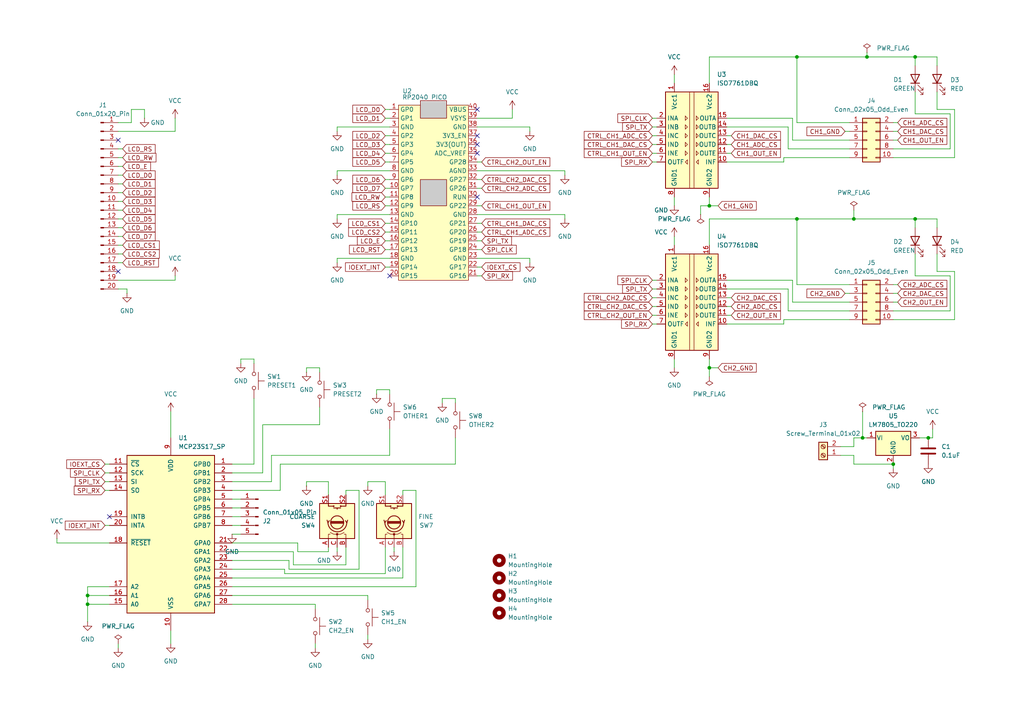
<source format=kicad_sch>
(kicad_sch (version 20231120) (generator "eeschema") (generator_version "8.0")
  (paper "A4")
  (junction (at 205.74 59.69))
  (junction (at 251.46 16.51))
  (junction (at 231.14 16.51))
  (junction (at 25.4 172.72))
  (junction (at 269.24 127))
  (junction (at 265.43 63.5))
  (junction (at 231.14 63.5))
  (junction (at 205.74 106.68))
  (junction (at 259.08 134.62))
  (junction (at 247.65 63.5))
  (junction (at 25.4 175.26))
  (junction (at 250.19 127))
  (junction (at 265.43 16.51))
  (no_connect (at 34.29 78.74))
  (no_connect (at 138.43 41.91))
  (no_connect (at 138.43 39.37))
  (no_connect (at 138.43 57.15))
  (no_connect (at 138.43 44.45))
  (no_connect (at 138.43 31.75))
  (no_connect (at 113.03 80.01))
  (no_connect (at 34.29 40.64))
  (no_connect (at 31.75 149.86))
  (wire (pts (xy 203.2 62.23) (xy 203.2 59.69)))
  (wire (pts (xy 34.29 83.82) (xy 36.83 83.82)))
  (wire (pts (xy 271.78 16.51) (xy 265.43 16.51)))
  (wire (pts (xy 34.29 45.72) (xy 35.56 45.72)))
  (wire (pts (xy 111.76 158.75) (xy 111.76 166.37)))
  (wire (pts (xy 259.08 40.64) (xy 260.35 40.64)))
  (wire (pts (xy 34.29 66.04) (xy 35.56 66.04)))
  (wire (pts (xy 86.36 160.02) (xy 86.36 157.48)))
  (wire (pts (xy 227.33 45.72) (xy 246.38 45.72)))
  (wire (pts (xy 231.14 35.56) (xy 246.38 35.56)))
  (wire (pts (xy 111.76 166.37) (xy 82.55 166.37)))
  (wire (pts (xy 34.29 55.88) (xy 35.56 55.88)))
  (wire (pts (xy 120.65 170.18) (xy 67.31 170.18)))
  (wire (pts (xy 195.58 21.59) (xy 195.58 24.13)))
  (wire (pts (xy 205.74 63.5) (xy 231.14 63.5)))
  (wire (pts (xy 34.29 68.58) (xy 35.56 68.58)))
  (wire (pts (xy 269.24 127) (xy 270.51 127)))
  (wire (pts (xy 189.23 91.44) (xy 190.5 91.44)))
  (wire (pts (xy 138.43 62.23) (xy 163.83 62.23)))
  (wire (pts (xy 138.43 74.93) (xy 153.67 74.93)))
  (wire (pts (xy 88.9 139.7) (xy 95.25 139.7)))
  (wire (pts (xy 189.23 44.45) (xy 190.5 44.45)))
  (wire (pts (xy 36.83 83.82) (xy 36.83 85.09)))
  (wire (pts (xy 132.08 134.62) (xy 132.08 127)))
  (wire (pts (xy 128.27 116.84) (xy 128.27 115.57)))
  (wire (pts (xy 259.08 92.71) (xy 276.86 92.71)))
  (wire (pts (xy 275.59 33.02) (xy 275.59 43.18)))
  (wire (pts (xy 34.29 58.42) (xy 35.56 58.42)))
  (wire (pts (xy 67.31 137.16) (xy 76.2 137.16)))
  (wire (pts (xy 88.9 107.95) (xy 88.9 106.68)))
  (wire (pts (xy 67.31 142.24) (xy 81.28 142.24)))
  (wire (pts (xy 81.28 134.62) (xy 132.08 134.62)))
  (wire (pts (xy 111.76 57.15) (xy 113.03 57.15)))
  (wire (pts (xy 116.84 142.24) (xy 120.65 142.24)))
  (wire (pts (xy 34.29 63.5) (xy 35.56 63.5)))
  (wire (pts (xy 78.74 139.7) (xy 78.74 132.08)))
  (wire (pts (xy 111.76 72.39) (xy 113.03 72.39)))
  (wire (pts (xy 30.48 134.62) (xy 31.75 134.62)))
  (wire (pts (xy 97.79 36.83) (xy 113.03 36.83)))
  (wire (pts (xy 67.31 154.94) (xy 69.85 154.94)))
  (wire (pts (xy 49.53 119.38) (xy 49.53 127)))
  (wire (pts (xy 67.31 167.64) (xy 116.84 167.64)))
  (wire (pts (xy 205.74 63.5) (xy 205.74 71.12)))
  (wire (pts (xy 25.4 175.26) (xy 25.4 180.34)))
  (wire (pts (xy 111.76 34.29) (xy 113.03 34.29)))
  (wire (pts (xy 106.68 184.15) (xy 106.68 185.42)))
  (wire (pts (xy 247.65 127) (xy 250.19 127)))
  (wire (pts (xy 259.08 43.18) (xy 275.59 43.18)))
  (wire (pts (xy 265.43 16.51) (xy 251.46 16.51)))
  (wire (pts (xy 97.79 62.23) (xy 113.03 62.23)))
  (wire (pts (xy 276.86 31.75) (xy 276.86 45.72)))
  (wire (pts (xy 138.43 80.01) (xy 139.7 80.01)))
  (wire (pts (xy 91.44 186.69) (xy 91.44 187.96)))
  (wire (pts (xy 259.08 90.17) (xy 275.59 90.17)))
  (wire (pts (xy 153.67 36.83) (xy 153.67 38.1)))
  (wire (pts (xy 73.66 104.14) (xy 73.66 105.41)))
  (wire (pts (xy 67.31 160.02) (xy 85.09 160.02)))
  (wire (pts (xy 85.09 163.83) (xy 85.09 160.02)))
  (wire (pts (xy 30.48 152.4) (xy 31.75 152.4)))
  (wire (pts (xy 34.29 38.1) (xy 50.8 38.1)))
  (wire (pts (xy 76.2 123.19) (xy 92.71 123.19)))
  (wire (pts (xy 100.33 142.24) (xy 104.14 142.24)))
  (wire (pts (xy 30.48 139.7) (xy 31.75 139.7)))
  (wire (pts (xy 97.79 158.75) (xy 97.79 160.02)))
  (wire (pts (xy 138.43 67.31) (xy 139.7 67.31)))
  (wire (pts (xy 100.33 143.51) (xy 100.33 142.24)))
  (wire (pts (xy 259.08 134.62) (xy 259.08 135.89)))
  (wire (pts (xy 97.79 36.83) (xy 97.79 38.1)))
  (wire (pts (xy 265.43 16.51) (xy 265.43 19.05)))
  (wire (pts (xy 205.74 57.15) (xy 205.74 59.69)))
  (wire (pts (xy 210.82 83.82) (xy 228.6 83.82)))
  (wire (pts (xy 270.51 127) (xy 270.51 124.46)))
  (wire (pts (xy 138.43 54.61) (xy 139.7 54.61)))
  (wire (pts (xy 82.55 166.37) (xy 82.55 165.1)))
  (wire (pts (xy 231.14 63.5) (xy 231.14 82.55)))
  (wire (pts (xy 163.83 62.23) (xy 163.83 63.5)))
  (wire (pts (xy 34.29 76.2) (xy 35.56 76.2)))
  (wire (pts (xy 259.08 38.1) (xy 260.35 38.1)))
  (wire (pts (xy 247.65 134.62) (xy 259.08 134.62)))
  (wire (pts (xy 132.08 115.57) (xy 132.08 116.84)))
  (wire (pts (xy 128.27 115.57) (xy 132.08 115.57)))
  (wire (pts (xy 228.6 36.83) (xy 228.6 43.18)))
  (wire (pts (xy 205.74 106.68) (xy 205.74 109.22)))
  (wire (pts (xy 111.76 41.91) (xy 113.03 41.91)))
  (wire (pts (xy 50.8 38.1) (xy 50.8 34.29)))
  (wire (pts (xy 210.82 34.29) (xy 229.87 34.29)))
  (wire (pts (xy 195.58 68.58) (xy 195.58 71.12)))
  (wire (pts (xy 265.43 26.67) (xy 265.43 33.02)))
  (wire (pts (xy 271.78 19.05) (xy 271.78 16.51)))
  (wire (pts (xy 113.03 113.03) (xy 113.03 114.3)))
  (wire (pts (xy 271.78 66.04) (xy 271.78 63.5)))
  (wire (pts (xy 138.43 69.85) (xy 139.7 69.85)))
  (wire (pts (xy 138.43 52.07) (xy 139.7 52.07)))
  (wire (pts (xy 231.14 82.55) (xy 246.38 82.55)))
  (wire (pts (xy 229.87 87.63) (xy 246.38 87.63)))
  (wire (pts (xy 189.23 93.98) (xy 190.5 93.98)))
  (wire (pts (xy 88.9 106.68) (xy 92.71 106.68)))
  (wire (pts (xy 205.74 16.51) (xy 205.74 24.13)))
  (wire (pts (xy 247.65 129.54) (xy 247.65 127)))
  (wire (pts (xy 203.2 59.69) (xy 205.74 59.69)))
  (wire (pts (xy 228.6 43.18) (xy 246.38 43.18)))
  (wire (pts (xy 210.82 39.37) (xy 212.09 39.37)))
  (wire (pts (xy 67.31 162.56) (xy 83.82 162.56)))
  (wire (pts (xy 34.29 71.12) (xy 35.56 71.12)))
  (wire (pts (xy 111.76 69.85) (xy 113.03 69.85)))
  (wire (pts (xy 210.82 91.44) (xy 212.09 91.44)))
  (wire (pts (xy 111.76 31.75) (xy 113.03 31.75)))
  (wire (pts (xy 189.23 88.9) (xy 190.5 88.9)))
  (wire (pts (xy 111.76 44.45) (xy 113.03 44.45)))
  (wire (pts (xy 138.43 49.53) (xy 163.83 49.53)))
  (wire (pts (xy 247.65 63.5) (xy 231.14 63.5)))
  (wire (pts (xy 69.85 105.41) (xy 69.85 104.14)))
  (wire (pts (xy 16.51 157.48) (xy 31.75 157.48)))
  (wire (pts (xy 265.43 63.5) (xy 247.65 63.5)))
  (wire (pts (xy 34.29 48.26) (xy 35.56 48.26)))
  (wire (pts (xy 16.51 156.21) (xy 16.51 157.48)))
  (wire (pts (xy 67.31 147.32) (xy 69.85 147.32)))
  (wire (pts (xy 38.1 31.75) (xy 41.91 31.75)))
  (wire (pts (xy 67.31 157.48) (xy 86.36 157.48)))
  (wire (pts (xy 49.53 182.88) (xy 49.53 186.69)))
  (wire (pts (xy 120.65 142.24) (xy 120.65 170.18)))
  (wire (pts (xy 228.6 83.82) (xy 228.6 90.17)))
  (wire (pts (xy 91.44 176.53) (xy 91.44 175.26)))
  (wire (pts (xy 271.78 73.66) (xy 271.78 78.74)))
  (wire (pts (xy 138.43 34.29) (xy 148.59 34.29)))
  (wire (pts (xy 266.7 127) (xy 269.24 127)))
  (wire (pts (xy 138.43 64.77) (xy 139.7 64.77)))
  (wire (pts (xy 31.75 175.26) (xy 25.4 175.26)))
  (wire (pts (xy 195.58 57.15) (xy 195.58 59.69)))
  (wire (pts (xy 81.28 142.24) (xy 81.28 134.62)))
  (wire (pts (xy 34.29 43.18) (xy 35.56 43.18)))
  (wire (pts (xy 116.84 143.51) (xy 116.84 142.24)))
  (wire (pts (xy 210.82 36.83) (xy 228.6 36.83)))
  (wire (pts (xy 138.43 72.39) (xy 139.7 72.39)))
  (wire (pts (xy 34.29 186.69) (xy 34.29 187.96)))
  (wire (pts (xy 38.1 35.56) (xy 38.1 31.75)))
  (wire (pts (xy 104.14 165.1) (xy 83.82 165.1)))
  (wire (pts (xy 259.08 45.72) (xy 276.86 45.72)))
  (wire (pts (xy 205.74 104.14) (xy 205.74 106.68)))
  (wire (pts (xy 113.03 124.46) (xy 113.03 132.08)))
  (wire (pts (xy 97.79 74.93) (xy 113.03 74.93)))
  (wire (pts (xy 30.48 142.24) (xy 31.75 142.24)))
  (wire (pts (xy 247.65 132.08) (xy 247.65 134.62)))
  (wire (pts (xy 189.23 81.28) (xy 190.5 81.28)))
  (wire (pts (xy 189.23 34.29) (xy 190.5 34.29)))
  (wire (pts (xy 210.82 88.9) (xy 212.09 88.9)))
  (wire (pts (xy 97.79 74.93) (xy 97.79 76.2)))
  (wire (pts (xy 138.43 77.47) (xy 139.7 77.47)))
  (wire (pts (xy 243.84 129.54) (xy 247.65 129.54)))
  (wire (pts (xy 265.43 33.02) (xy 275.59 33.02)))
  (wire (pts (xy 229.87 81.28) (xy 229.87 87.63)))
  (wire (pts (xy 109.22 113.03) (xy 113.03 113.03)))
  (wire (pts (xy 189.23 41.91) (xy 190.5 41.91)))
  (wire (pts (xy 251.46 16.51) (xy 231.14 16.51)))
  (wire (pts (xy 205.74 59.69) (xy 208.28 59.69)))
  (wire (pts (xy 111.76 67.31) (xy 113.03 67.31)))
  (wire (pts (xy 189.23 83.82) (xy 190.5 83.82)))
  (wire (pts (xy 259.08 87.63) (xy 260.35 87.63)))
  (wire (pts (xy 111.76 39.37) (xy 113.03 39.37)))
  (wire (pts (xy 189.23 39.37) (xy 190.5 39.37)))
  (wire (pts (xy 265.43 73.66) (xy 265.43 80.01)))
  (wire (pts (xy 34.29 81.28) (xy 50.8 81.28)))
  (wire (pts (xy 34.29 50.8) (xy 35.56 50.8)))
  (wire (pts (xy 210.82 41.91) (xy 212.09 41.91)))
  (wire (pts (xy 229.87 40.64) (xy 246.38 40.64)))
  (wire (pts (xy 34.29 53.34) (xy 35.56 53.34)))
  (wire (pts (xy 30.48 137.16) (xy 31.75 137.16)))
  (wire (pts (xy 148.59 34.29) (xy 148.59 31.75)))
  (wire (pts (xy 92.71 123.19) (xy 92.71 118.11)))
  (wire (pts (xy 243.84 132.08) (xy 247.65 132.08)))
  (wire (pts (xy 111.76 139.7) (xy 111.76 143.51)))
  (wire (pts (xy 67.31 139.7) (xy 78.74 139.7)))
  (wire (pts (xy 271.78 63.5) (xy 265.43 63.5)))
  (wire (pts (xy 271.78 26.67) (xy 271.78 31.75)))
  (wire (pts (xy 210.82 44.45) (xy 212.09 44.45)))
  (wire (pts (xy 76.2 137.16) (xy 76.2 123.19)))
  (wire (pts (xy 138.43 59.69) (xy 139.7 59.69)))
  (wire (pts (xy 73.66 115.57) (xy 73.66 134.62)))
  (wire (pts (xy 67.31 165.1) (xy 82.55 165.1)))
  (wire (pts (xy 271.78 78.74) (xy 276.86 78.74)))
  (wire (pts (xy 259.08 82.55) (xy 260.35 82.55)))
  (wire (pts (xy 95.25 158.75) (xy 95.25 160.02)))
  (wire (pts (xy 138.43 46.99) (xy 139.7 46.99)))
  (wire (pts (xy 265.43 63.5) (xy 265.43 66.04)))
  (wire (pts (xy 265.43 80.01) (xy 275.59 80.01)))
  (wire (pts (xy 69.85 104.14) (xy 73.66 104.14)))
  (wire (pts (xy 250.19 127) (xy 251.46 127)))
  (wire (pts (xy 189.23 86.36) (xy 190.5 86.36)))
  (wire (pts (xy 100.33 163.83) (xy 85.09 163.83)))
  (wire (pts (xy 163.83 49.53) (xy 163.83 50.8)))
  (wire (pts (xy 67.31 175.26) (xy 91.44 175.26)))
  (wire (pts (xy 111.76 52.07) (xy 113.03 52.07)))
  (wire (pts (xy 205.74 16.51) (xy 231.14 16.51)))
  (wire (pts (xy 92.71 106.68) (xy 92.71 107.95)))
  (wire (pts (xy 189.23 36.83) (xy 190.5 36.83)))
  (wire (pts (xy 41.91 31.75) (xy 41.91 34.29)))
  (wire (pts (xy 34.29 73.66) (xy 35.56 73.66)))
  (wire (pts (xy 231.14 16.51) (xy 231.14 35.56)))
  (wire (pts (xy 111.76 59.69) (xy 113.03 59.69)))
  (wire (pts (xy 138.43 36.83) (xy 153.67 36.83)))
  (wire (pts (xy 227.33 92.71) (xy 246.38 92.71)))
  (wire (pts (xy 229.87 34.29) (xy 229.87 40.64)))
  (wire (pts (xy 205.74 106.68) (xy 208.28 106.68)))
  (wire (pts (xy 189.23 46.99) (xy 190.5 46.99)))
  (wire (pts (xy 275.59 80.01) (xy 275.59 90.17)))
  (wire (pts (xy 245.11 38.1) (xy 246.38 38.1)))
  (wire (pts (xy 259.08 85.09) (xy 260.35 85.09)))
  (wire (pts (xy 210.82 46.99) (xy 227.33 46.99)))
  (wire (pts (xy 228.6 90.17) (xy 246.38 90.17)))
  (wire (pts (xy 97.79 62.23) (xy 97.79 63.5)))
  (wire (pts (xy 245.11 85.09) (xy 246.38 85.09)))
  (wire (pts (xy 109.22 114.3) (xy 109.22 113.03)))
  (wire (pts (xy 88.9 140.97) (xy 88.9 139.7)))
  (wire (pts (xy 251.46 15.24) (xy 251.46 16.51)))
  (wire (pts (xy 31.75 172.72) (xy 25.4 172.72)))
  (wire (pts (xy 195.58 104.14) (xy 195.58 106.68)))
  (wire (pts (xy 250.19 119.38) (xy 250.19 127)))
  (wire (pts (xy 210.82 86.36) (xy 212.09 86.36)))
  (wire (pts (xy 67.31 172.72) (xy 106.68 172.72)))
  (wire (pts (xy 259.08 35.56) (xy 260.35 35.56)))
  (wire (pts (xy 227.33 45.72) (xy 227.33 46.99)))
  (wire (pts (xy 114.3 158.75) (xy 114.3 160.02)))
  (wire (pts (xy 276.86 78.74) (xy 276.86 92.71)))
  (wire (pts (xy 113.03 49.53) (xy 97.79 49.53)))
  (wire (pts (xy 67.31 134.62) (xy 73.66 134.62)))
  (wire (pts (xy 210.82 81.28) (xy 229.87 81.28)))
  (wire (pts (xy 67.31 152.4) (xy 69.85 152.4)))
  (wire (pts (xy 34.29 60.96) (xy 35.56 60.96)))
  (wire (pts (xy 25.4 172.72) (xy 25.4 175.26)))
  (wire (pts (xy 271.78 31.75) (xy 276.86 31.75)))
  (wire (pts (xy 34.29 35.56) (xy 38.1 35.56)))
  (wire (pts (xy 100.33 158.75) (xy 100.33 163.83)))
  (wire (pts (xy 106.68 139.7) (xy 111.76 139.7)))
  (wire (pts (xy 104.14 142.24) (xy 104.14 165.1)))
  (wire (pts (xy 210.82 93.98) (xy 227.33 93.98)))
  (wire (pts (xy 111.76 77.47) (xy 113.03 77.47)))
  (wire (pts (xy 67.31 144.78) (xy 69.85 144.78)))
  (wire (pts (xy 106.68 173.99) (xy 106.68 172.72)))
  (wire (pts (xy 31.75 170.18) (xy 25.4 170.18)))
  (wire (pts (xy 95.25 139.7) (xy 95.25 143.51)))
  (wire (pts (xy 78.74 132.08) (xy 113.03 132.08)))
  (wire (pts (xy 95.25 160.02) (xy 86.36 160.02)))
  (wire (pts (xy 116.84 158.75) (xy 116.84 167.64)))
  (wire (pts (xy 25.4 170.18) (xy 25.4 172.72)))
  (wire (pts (xy 111.76 64.77) (xy 113.03 64.77)))
  (wire (pts (xy 50.8 80.01) (xy 50.8 81.28)))
  (wire (pts (xy 153.67 74.93) (xy 153.67 76.2)))
  (wire (pts (xy 111.76 46.99) (xy 113.03 46.99)))
  (wire (pts (xy 247.65 60.96) (xy 247.65 63.5)))
  (wire (pts (xy 97.79 49.53) (xy 97.79 50.8)))
  (wire (pts (xy 67.31 149.86) (xy 69.85 149.86)))
  (wire (pts (xy 83.82 165.1) (xy 83.82 162.56)))
  (wire (pts (xy 106.68 140.97) (xy 106.68 139.7)))
  (wire (pts (xy 111.76 54.61) (xy 113.03 54.61)))
  (wire (pts (xy 227.33 92.71) (xy 227.33 93.98)))
  (global_label "CTRL_CH1_ADC_CS" (shape input) (at 139.7 67.31 0) (property "Intersheetrefs" "${INTERSHEET_REFS}" (effects (hide yes))))
  (global_label "CH1_GND" (shape input) (at 208.28 59.69 0) (property "Intersheetrefs" "${INTERSHEET_REFS}" (effects (hide yes))))
  (global_label "LCD_RST" (shape input) (at 35.56 76.2 0) (property "Intersheetrefs" "${INTERSHEET_REFS}" (effects (hide yes))))
  (global_label "CH2_GND" (shape input) (at 245.11 85.09 180) (property "Intersheetrefs" "${INTERSHEET_REFS}" (effects (hide yes))))
  (global_label "SPI_CLK" (shape input) (at 189.23 81.28 180) (property "Intersheetrefs" "${INTERSHEET_REFS}" (effects (hide yes))))
  (global_label "CH2_DAC_CS" (shape input) (at 260.35 85.09 0) (property "Intersheetrefs" "${INTERSHEET_REFS}" (effects (hide yes))))
  (global_label "CH2_OUT_EN" (shape input) (at 212.09 91.44 0) (property "Intersheetrefs" "${INTERSHEET_REFS}" (effects (hide yes))))
  (global_label "SPI_TX" (shape input) (at 189.23 36.83 180) (property "Intersheetrefs" "${INTERSHEET_REFS}" (effects (hide yes))))
  (global_label "LCD_D4" (shape input) (at 111.76 44.45 180) (property "Intersheetrefs" "${INTERSHEET_REFS}" (effects (hide yes))))
  (global_label "LCD_D6" (shape input) (at 111.76 52.07 180) (property "Intersheetrefs" "${INTERSHEET_REFS}" (effects (hide yes))))
  (global_label "LCD_E" (shape input) (at 35.56 48.26 0) (property "Intersheetrefs" "${INTERSHEET_REFS}" (effects (hide yes))))
  (global_label "LCD_D2" (shape input) (at 35.56 55.88 0) (property "Intersheetrefs" "${INTERSHEET_REFS}" (effects (hide yes))))
  (global_label "CH2_ADC_CS" (shape input) (at 212.09 88.9 0) (property "Intersheetrefs" "${INTERSHEET_REFS}" (effects (hide yes))))
  (global_label "LCD_D1" (shape input) (at 111.76 34.29 180) (property "Intersheetrefs" "${INTERSHEET_REFS}" (effects (hide yes))))
  (global_label "SPI_RX" (shape input) (at 189.23 46.99 180) (property "Intersheetrefs" "${INTERSHEET_REFS}" (effects (hide yes))))
  (global_label "LCD_D4" (shape input) (at 35.56 60.96 0) (property "Intersheetrefs" "${INTERSHEET_REFS}" (effects (hide yes))))
  (global_label "LCD_CS1" (shape input) (at 111.76 64.77 180) (property "Intersheetrefs" "${INTERSHEET_REFS}" (effects (hide yes))))
  (global_label "SPI_RX" (shape input) (at 139.7 80.01 0) (property "Intersheetrefs" "${INTERSHEET_REFS}" (effects (hide yes))))
  (global_label "CH2_OUT_EN" (shape input) (at 260.35 87.63 0) (property "Intersheetrefs" "${INTERSHEET_REFS}" (effects (hide yes))))
  (global_label "LCD_D0" (shape input) (at 35.56 50.8 0) (property "Intersheetrefs" "${INTERSHEET_REFS}" (effects (hide yes))))
  (global_label "CTRL_CH2_OUT_EN" (shape input) (at 189.23 91.44 180) (property "Intersheetrefs" "${INTERSHEET_REFS}" (effects (hide yes))))
  (global_label "SPI_TX" (shape input) (at 189.23 83.82 180) (property "Intersheetrefs" "${INTERSHEET_REFS}" (effects (hide yes))))
  (global_label "LCD_CS2" (shape input) (at 35.56 73.66 0) (property "Intersheetrefs" "${INTERSHEET_REFS}" (effects (hide yes))))
  (global_label "CH1_DAC_CS" (shape input) (at 212.09 39.37 0) (property "Intersheetrefs" "${INTERSHEET_REFS}" (effects (hide yes))))
  (global_label "SPI_CLK" (shape input) (at 189.23 34.29 180) (property "Intersheetrefs" "${INTERSHEET_REFS}" (effects (hide yes))))
  (global_label "IOEXT_CS" (shape input) (at 30.48 134.62 180) (property "Intersheetrefs" "${INTERSHEET_REFS}" (effects (hide yes))))
  (global_label "LCD_D2" (shape input) (at 111.76 39.37 180) (property "Intersheetrefs" "${INTERSHEET_REFS}" (effects (hide yes))))
  (global_label "CTRL_CH2_DAC_CS" (shape input) (at 189.23 88.9 180) (property "Intersheetrefs" "${INTERSHEET_REFS}" (effects (hide yes))))
  (global_label "CTRL_CH2_OUT_EN" (shape input) (at 139.7 46.99 0) (property "Intersheetrefs" "${INTERSHEET_REFS}" (effects (hide yes))))
  (global_label "SPI_CLK" (shape input) (at 139.7 72.39 0) (property "Intersheetrefs" "${INTERSHEET_REFS}" (effects (hide yes))))
  (global_label "CTRL_CH1_ADC_CS" (shape input) (at 189.23 39.37 180) (property "Intersheetrefs" "${INTERSHEET_REFS}" (effects (hide yes))))
  (global_label "LCD_D7" (shape input) (at 111.76 54.61 180) (property "Intersheetrefs" "${INTERSHEET_REFS}" (effects (hide yes))))
  (global_label "LCD_CS2" (shape input) (at 111.76 67.31 180) (property "Intersheetrefs" "${INTERSHEET_REFS}" (effects (hide yes))))
  (global_label "CH1_DAC_CS" (shape input) (at 260.35 38.1 0) (property "Intersheetrefs" "${INTERSHEET_REFS}" (effects (hide yes))))
  (global_label "CH1_ADC_CS" (shape input) (at 212.09 41.91 0) (property "Intersheetrefs" "${INTERSHEET_REFS}" (effects (hide yes))))
  (global_label "CTRL_CH1_DAC_CS" (shape input) (at 189.23 41.91 180) (property "Intersheetrefs" "${INTERSHEET_REFS}" (effects (hide yes))))
  (global_label "LCD_D7" (shape input) (at 35.56 68.58 0) (property "Intersheetrefs" "${INTERSHEET_REFS}" (effects (hide yes))))
  (global_label "SPI_RX" (shape input) (at 189.23 93.98 180) (property "Intersheetrefs" "${INTERSHEET_REFS}" (effects (hide yes))))
  (global_label "SPI_TX" (shape input) (at 139.7 69.85 0) (property "Intersheetrefs" "${INTERSHEET_REFS}" (effects (hide yes))))
  (global_label "CH1_ADC_CS" (shape input) (at 260.35 35.56 0) (property "Intersheetrefs" "${INTERSHEET_REFS}" (effects (hide yes))))
  (global_label "CTRL_CH1_OUT_EN" (shape input) (at 139.7 59.69 0) (property "Intersheetrefs" "${INTERSHEET_REFS}" (effects (hide yes))))
  (global_label "LCD_D3" (shape input) (at 35.56 58.42 0) (property "Intersheetrefs" "${INTERSHEET_REFS}" (effects (hide yes))))
  (global_label "CH2_DAC_CS" (shape input) (at 212.09 86.36 0) (property "Intersheetrefs" "${INTERSHEET_REFS}" (effects (hide yes))))
  (global_label "SPI_RX" (shape input) (at 30.48 142.24 180) (property "Intersheetrefs" "${INTERSHEET_REFS}" (effects (hide yes))))
  (global_label "CTRL_CH2_DAC_CS" (shape input) (at 139.7 52.07 0) (property "Intersheetrefs" "${INTERSHEET_REFS}" (effects (hide yes))))
  (global_label "LCD_D6" (shape input) (at 35.56 66.04 0) (property "Intersheetrefs" "${INTERSHEET_REFS}" (effects (hide yes))))
  (global_label "CH2_ADC_CS" (shape input) (at 260.35 82.55 0) (property "Intersheetrefs" "${INTERSHEET_REFS}" (effects (hide yes))))
  (global_label "CH1_OUT_EN" (shape input) (at 212.09 44.45 0) (property "Intersheetrefs" "${INTERSHEET_REFS}" (effects (hide yes))))
  (global_label "CTRL_CH2_ADC_CS" (shape input) (at 139.7 54.61 0) (property "Intersheetrefs" "${INTERSHEET_REFS}" (effects (hide yes))))
  (global_label "CH2_GND" (shape input) (at 208.28 106.68 0) (property "Intersheetrefs" "${INTERSHEET_REFS}" (effects (hide yes))))
  (global_label "LCD_D5" (shape input) (at 35.56 63.5 0) (property "Intersheetrefs" "${INTERSHEET_REFS}" (effects (hide yes))))
  (global_label "LCD_RW" (shape input) (at 35.56 45.72 0) (property "Intersheetrefs" "${INTERSHEET_REFS}" (effects (hide yes))))
  (global_label "LCD_D1" (shape input) (at 35.56 53.34 0) (property "Intersheetrefs" "${INTERSHEET_REFS}" (effects (hide yes))))
  (global_label "CTRL_CH1_DAC_CS" (shape input) (at 139.7 64.77 0) (property "Intersheetrefs" "${INTERSHEET_REFS}" (effects (hide yes))))
  (global_label "LCD_RS" (shape input) (at 111.76 59.69 180) (property "Intersheetrefs" "${INTERSHEET_REFS}" (effects (hide yes))))
  (global_label "LCD_RST" (shape input) (at 111.76 72.39 180) (property "Intersheetrefs" "${INTERSHEET_REFS}" (effects (hide yes))))
  (global_label "CTRL_CH2_ADC_CS" (shape input) (at 189.23 86.36 180) (property "Intersheetrefs" "${INTERSHEET_REFS}" (effects (hide yes))))
  (global_label "CTRL_CH1_OUT_EN" (shape input) (at 189.23 44.45 180) (property "Intersheetrefs" "${INTERSHEET_REFS}" (effects (hide yes))))
  (global_label "IOEXT_CS" (shape input) (at 139.7 77.47 0) (property "Intersheetrefs" "${INTERSHEET_REFS}" (effects (hide yes))))
  (global_label "LCD_RW" (shape input) (at 111.76 57.15 180) (property "Intersheetrefs" "${INTERSHEET_REFS}" (effects (hide yes))))
  (global_label "LCD_RS" (shape input) (at 35.56 43.18 0) (property "Intersheetrefs" "${INTERSHEET_REFS}" (effects (hide yes))))
  (global_label "LCD_D3" (shape input) (at 111.76 41.91 180) (property "Intersheetrefs" "${INTERSHEET_REFS}" (effects (hide yes))))
  (global_label "CH1_GND" (shape input) (at 245.11 38.1 180) (property "Intersheetrefs" "${INTERSHEET_REFS}" (effects (hide yes))))
  (global_label "SPI_TX" (shape input) (at 30.48 139.7 180) (property "Intersheetrefs" "${INTERSHEET_REFS}" (effects (hide yes))))
  (global_label "LCD_CS1" (shape input) (at 35.56 71.12 0) (property "Intersheetrefs" "${INTERSHEET_REFS}" (effects (hide yes))))
  (global_label "LCD_D5" (shape input) (at 111.76 46.99 180) (property "Intersheetrefs" "${INTERSHEET_REFS}" (effects (hide yes))))
  (global_label "IOEXT_INT" (shape input) (at 111.76 77.47 180) (property "Intersheetrefs" "${INTERSHEET_REFS}" (effects (hide yes))))
  (global_label "SPI_CLK" (shape input) (at 30.48 137.16 180) (property "Intersheetrefs" "${INTERSHEET_REFS}" (effects (hide yes))))
  (global_label "LCD_E" (shape input) (at 111.76 69.85 180) (property "Intersheetrefs" "${INTERSHEET_REFS}" (effects (hide yes))))
  (global_label "IOEXT_INT" (shape input) (at 30.48 152.4 180) (property "Intersheetrefs" "${INTERSHEET_REFS}" (effects (hide yes))))
  (global_label "LCD_D0" (shape input) (at 111.76 31.75 180) (property "Intersheetrefs" "${INTERSHEET_REFS}" (effects (hide yes))))
  (global_label "CH1_OUT_EN" (shape input) (at 260.35 40.64 0) (property "Intersheetrefs" "${INTERSHEET_REFS}" (effects (hide yes))))
  (symbol (lib_id "power:GND") (at 88.9 140.97 0) (unit 1)
    (property "Reference" "#PWR011" (effects (hide yes)))
    (property "Value" "GND" (at 88.9 146.05 0))
    (property "Description" "Power symbol creates a global label with name \"GND\" , ground" (effects (hide yes)))
  )
  (symbol (lib_id "power:GND") (at 88.9 107.95 0) (unit 1)
    (property "Reference" "#PWR010" (effects (hide yes)))
    (property "Value" "GND" (at 88.9 113.03 0))
    (property "Description" "Power symbol creates a global label with name \"GND\" , ground" (effects (hide yes)))
  )
  (symbol (lib_id "power:+5V") (at 49.53 119.38 0) (unit 1)
    (property "Reference" "#PWR05" (effects (hide yes)))
    (property "Value" "VCC" (at 49.53 114.3 0))
    (property "Description" "Power symbol creates a global label with name \"+5V\"" (effects (hide yes)))
  )
  (symbol (lib_id "power:PWR_FLAG") (at 247.65 60.96 0) (unit 1)
    (property "Reference" "#FLG03" (effects (hide yes)))
    (property "Value" "PWR_FLAG" (at 247.65 55.88 0))
    (property "Description" "Special symbol for telling ERC where power comes from" (effects (hide yes)))
  )
  (symbol (lib_id "Device:LED") (at 265.43 22.86 90) (unit 1)
    (property "Reference" "D1" (at 259.08 23.114 90) (effects (justify right)))
    (property "Value" "GREEN" (at 259.08 25.654 90) (effects (justify right)))
    (property "Footprint" "LED_THT:LED_D5.0mm" (effects (hide yes)))
    (property "Description" "Light emitting diode" (effects (hide yes)))
  )
  (symbol (lib_id "Mechanical:MountingHole") (at 144.78 167.64 0) (unit 1) (exclude_from_sim yes) (in_bom no)
    (property "Reference" "H2" (at 147.32 166.3699 0) (effects (justify left)))
    (property "Value" "MountingHole" (at 147.32 168.9099 0) (effects (justify left)))
    (property "Footprint" "MountingHole:MountingHole_3.2mm_M3" (effects (hide yes)))
    (property "Description" "Mounting Hole without connection" (effects (hide yes)))
  )
  (symbol (lib_id "power:GND") (at 36.83 85.09 0) (unit 1)
    (property "Reference" "#PWR03" (effects (hide yes)))
    (property "Value" "GND" (at 36.83 90.17 0))
    (property "Description" "Power symbol creates a global label with name \"GND\" , ground" (effects (hide yes)))
  )
  (symbol (lib_id "Regulator_Linear:LM7805_TO220") (at 259.08 127 0) (unit 1)
    (property "Reference" "U5" (at 259.08 120.65 0))
    (property "Value" "LM7805_TO220" (at 259.08 123.19 0))
    (property "Footprint" "Package_TO_SOT_THT:TO-220-3_Vertical" (effects (hide yes)))
    (property "Datasheet" "https://www.onsemi.cn/PowerSolutions/document/MC7800-D.PDF" (effects (hide yes)))
    (property "Description" "Positive 1A 35V Linear Regulator, Fixed Output 5V, TO-220" (effects (hide yes)))
  )
  (symbol (lib_id "Mechanical:MountingHole") (at 144.78 172.72 0) (unit 1) (exclude_from_sim yes) (in_bom no)
    (property "Reference" "H3" (at 147.32 171.4499 0) (effects (justify left)))
    (property "Value" "MountingHole" (at 147.32 173.9899 0) (effects (justify left)))
    (property "Footprint" "MountingHole:MountingHole_3.2mm_M3" (effects (hide yes)))
    (property "Description" "Mounting Hole without connection" (effects (hide yes)))
  )
  (symbol (lib_id "Connector_Generic:Conn_02x05_Odd_Even") (at 251.46 87.63 0) (unit 1)
    (property "Reference" "J5" (at 252.73 76.2 0))
    (property "Value" "Conn_02x05_Odd_Even" (at 252.73 78.74 0))
    (property "Footprint" "Connector_PinHeader_2.54mm:PinHeader_2x05_P2.54mm_Vertical" (effects (hide yes)))
    (property "Description" "Generic connector, double row, 02x05, odd/even pin numbering scheme (row 1 odd numbers, row 2 even numbers), script generated (kicad-library-utils/schlib/autogen/connector/)" (effects (hide yes)))
  )
  (symbol (lib_id "power:+5V") (at 50.8 80.01 0) (unit 1)
    (property "Reference" "#PWR08" (effects (hide yes)))
    (property "Value" "VCC" (at 50.8 74.93 0))
    (property "Description" "Power symbol creates a global label with name \"+5V\"" (effects (hide yes)))
  )
  (symbol (lib_id "Device:RotaryEncoder_Switch") (at 114.3 151.13 90) (unit 1)
    (property "Reference" "SW7" (at 125.73 152.4 90) (effects (justify left)))
    (property "Value" "FINE" (at 125.73 149.86 90) (effects (justify left)))
    (property "Footprint" "Rotary_Encoder:RotaryEncoder_Alps_EC11E-Switch_Vertical_H20mm_CircularMountingHoles" (effects (hide yes)))
    (property "Description" "Rotary encoder, dual channel, incremental quadrate outputs, with switch" (effects (hide yes)))
  )
  (symbol (lib_id "power:GND") (at 97.79 63.5 0) (unit 1)
    (property "Reference" "#PWR015" (effects (hide yes)))
    (property "Value" "GND" (at 97.79 68.58 0))
    (property "Description" "Power symbol creates a global label with name \"GND\" , ground" (effects (hide yes)))
  )
  (symbol (lib_id "power:GND") (at 195.58 106.68 0) (unit 1)
    (property "Reference" "#PWR031" (effects (hide yes)))
    (property "Value" "GND" (at 195.58 111.76 0))
    (property "Description" "Power symbol creates a global label with name \"GND\" , ground" (effects (hide yes)))
  )
  (symbol (lib_id "Device:C") (at 269.24 130.81 0) (unit 1)
    (property "Reference" "C1" (at 273.05 129.5399 0) (effects (justify left)))
    (property "Value" "0.1uF" (at 273.05 132.0799 0) (effects (justify left)))
    (property "Footprint" "Capacitor_SMD:C_0805_2012Metric" (effects (hide yes)))
    (property "Description" "Unpolarized capacitor" (effects (hide yes)))
  )
  (symbol (lib_id "Connector:Conn_01x05_Pin") (at 74.93 149.86 0) (mirror y) (unit 1)
    (property "Reference" "J2" (at 76.2 151.1301 0) (effects (justify right)))
    (property "Value" "Conn_01x05_Pin" (at 76.2 148.5901 0) (effects (justify right)))
    (property "Footprint" "Connector_PinHeader_2.54mm:PinHeader_1x05_P2.54mm_Vertical" (effects (hide yes)))
    (property "Description" "Generic connector, single row, 01x05, script generated" (effects (hide yes)))
  )
  (symbol (lib_id "power:GND") (at 106.68 140.97 0) (unit 1)
    (property "Reference" "#PWR018" (effects (hide yes)))
    (property "Value" "GND" (at 106.68 146.05 0))
    (property "Description" "Power symbol creates a global label with name \"GND\" , ground" (effects (hide yes)))
  )
  (symbol (lib_id "power:GND") (at 163.83 50.8 0) (unit 1)
    (property "Reference" "#PWR026" (effects (hide yes)))
    (property "Value" "GND" (at 163.83 55.88 0))
    (property "Description" "Power symbol creates a global label with name \"GND\" , ground" (effects (hide yes)))
  )
  (symbol (lib_id "power:PWR_FLAG") (at 34.29 186.69 0) (unit 1)
    (property "Reference" "#FLG06" (effects (hide yes)))
    (property "Value" "PWR_FLAG" (at 34.29 181.61 0))
    (property "Description" "Special symbol for telling ERC where power comes from" (effects (hide yes)))
  )
  (symbol (lib_id "Device:LED") (at 265.43 69.85 90) (unit 1)
    (property "Reference" "D2" (at 259.08 70.104 90) (effects (justify right)))
    (property "Value" "GREEN" (at 259.08 72.644 90) (effects (justify right)))
    (property "Footprint" "LED_THT:LED_D5.0mm" (effects (hide yes)))
    (property "Description" "Light emitting diode" (effects (hide yes)))
  )
  (symbol (lib_id "Switch:SW_Push") (at 73.66 110.49 270) (unit 1)
    (property "Reference" "SW1" (at 77.47 109.2199 90) (effects (justify left)))
    (property "Value" "PRESET1" (at 77.47 111.7599 90) (effects (justify left)))
    (property "Footprint" "Button_Switch_THT:SW_PUSH_6mm_H13mm" (effects (hide yes)))
    (property "Description" "Push button switch, generic, two pins" (effects (hide yes)))
  )
  (symbol (lib_id "Switch:SW_Push") (at 91.44 181.61 270) (unit 1)
    (property "Reference" "SW2" (at 95.25 180.3399 90) (effects (justify left)))
    (property "Value" "CH2_EN" (at 95.25 182.8799 90) (effects (justify left)))
    (property "Footprint" "Button_Switch_THT:SW_PUSH_6mm_H13mm" (effects (hide yes)))
    (property "Description" "Push button switch, generic, two pins" (effects (hide yes)))
  )
  (symbol (lib_id "Isolator:ISO7761DBQ") (at 200.66 88.9 0) (unit 1)
    (property "Reference" "U4" (at 207.9341 68.58 0) (effects (justify left)))
    (property "Value" "ISO7761DBQ" (at 207.9341 71.12 0) (effects (justify left)))
    (property "Footprint" "Package_SO:SSOP-16_3.9x4.9mm_P0.635mm" (effects (hide yes)))
    (property "Datasheet" "https://www.ti.com/lit/ds/symlink/iso7763.pdf" (effects (hide yes)))
    (property "Description" "Default high, High-speed, robust EMC, reinforced, six-channel, digital, isolator, SSOP-16" (effects (hide yes)))
  )
  (symbol (lib_id "power:GND") (at 91.44 187.96 0) (unit 1)
    (property "Reference" "#PWR012" (effects (hide yes)))
    (property "Value" "GND" (at 91.44 193.04 0))
    (property "Description" "Power symbol creates a global label with name \"GND\" , ground" (effects (hide yes)))
  )
  (symbol (lib_id "power:GND") (at 69.85 105.41 0) (unit 1)
    (property "Reference" "#PWR09" (effects (hide yes)))
    (property "Value" "GND" (at 69.85 110.49 0))
    (property "Description" "Power symbol creates a global label with name \"GND\" , ground" (effects (hide yes)))
  )
  (symbol (lib_id "power:GND") (at 114.3 160.02 0) (unit 1)
    (property "Reference" "#PWR021" (effects (hide yes)))
    (property "Value" "GND" (at 114.3 165.1 0))
    (property "Description" "Power symbol creates a global label with name \"GND\" , ground" (effects (hide yes)))
  )
  (symbol (lib_id "power:+5V") (at 50.8 34.29 0) (unit 1)
    (property "Reference" "#PWR07" (effects (hide yes)))
    (property "Value" "VCC" (at 50.8 29.21 0))
    (property "Description" "Power symbol creates a global label with name \"+5V\"" (effects (hide yes)))
  )
  (symbol (lib_id "Device:RotaryEncoder_Switch") (at 97.79 151.13 90) (unit 1)
    (property "Reference" "SW4" (at 91.44 152.4001 90) (effects (justify left)))
    (property "Value" "COARSE" (at 91.44 149.8601 90) (effects (justify left)))
    (property "Footprint" "Rotary_Encoder:RotaryEncoder_Alps_EC11E-Switch_Vertical_H20mm_CircularMountingHoles" (effects (hide yes)))
    (property "Description" "Rotary encoder, dual channel, incremental quadrate outputs, with switch" (effects (hide yes)))
  )
  (symbol (lib_id "power:GND") (at 97.79 50.8 0) (unit 1)
    (property "Reference" "#PWR014" (effects (hide yes)))
    (property "Value" "GND" (at 97.79 55.88 0))
    (property "Description" "Power symbol creates a global label with name \"GND\" , ground" (effects (hide yes)))
  )
  (symbol (lib_id "power:GND") (at 109.22 114.3 0) (unit 1)
    (property "Reference" "#PWR020" (effects (hide yes)))
    (property "Value" "GND" (at 109.22 119.38 0))
    (property "Description" "Power symbol creates a global label with name \"GND\" , ground" (effects (hide yes)))
  )
  (symbol (lib_id "power:GND") (at 49.53 186.69 0) (unit 1)
    (property "Reference" "#PWR06" (effects (hide yes)))
    (property "Value" "GND" (at 49.53 191.77 0))
    (property "Description" "Power symbol creates a global label with name \"GND\" , ground" (effects (hide yes)))
  )
  (symbol (lib_id "Interface_Expansion:MCP23S17_SP") (at 49.53 154.94 0) (unit 1)
    (property "Reference" "U1" (at 51.7241 127 0) (effects (justify left)))
    (property "Value" "MCP23S17_SP" (at 51.7241 129.54 0) (effects (justify left)))
    (property "Footprint" "Package_DIP:DIP-28_W7.62mm" (effects (hide yes)))
    (property "Datasheet" "http://ww1.microchip.com/downloads/en/DeviceDoc/20001952C.pdf" (effects (hide yes)))
    (property "Description" "16-bit I/O expander, SPI, interrupts, w pull-ups, SPDIP-28" (effects (hide yes)))
  )
  (symbol (lib_id "power:GND") (at 269.24 134.62 0) (unit 1)
    (property "Reference" "#PWR033" (effects (hide yes)))
    (property "Value" "GND" (at 269.24 139.7 0))
    (property "Description" "Power symbol creates a global label with name \"GND\" , ground" (effects (hide yes)))
  )
  (symbol (lib_id "Device:LED") (at 271.78 69.85 90) (unit 1)
    (property "Reference" "D4" (at 275.59 70.1674 90) (effects (justify right)))
    (property "Value" "RED" (at 275.59 72.7074 90) (effects (justify right)))
    (property "Footprint" "LED_THT:LED_D5.0mm" (effects (hide yes)))
    (property "Description" "Light emitting diode" (effects (hide yes)))
  )
  (symbol (lib_id "Connector_Generic:Conn_02x05_Odd_Even") (at 251.46 40.64 0) (unit 1)
    (property "Reference" "J4" (at 252.73 29.21 0))
    (property "Value" "Conn_02x05_Odd_Even" (at 252.73 31.75 0))
    (property "Footprint" "Connector_PinHeader_2.54mm:PinHeader_2x05_P2.54mm_Vertical" (effects (hide yes)))
    (property "Description" "Generic connector, double row, 02x05, odd/even pin numbering scheme (row 1 odd numbers, row 2 even numbers), script generated (kicad-library-utils/schlib/autogen/connector/)" (effects (hide yes)))
  )
  (symbol (lib_id "power:GND") (at 97.79 160.02 0) (unit 1)
    (property "Reference" "#PWR017" (effects (hide yes)))
    (property "Value" "GND" (at 93.98 162.56 0))
    (property "Description" "Power symbol creates a global label with name \"GND\" , ground" (effects (hide yes)))
  )
  (symbol (lib_id "power:+5V") (at 16.51 156.21 0) (unit 1)
    (property "Reference" "#PWR01" (effects (hide yes)))
    (property "Value" "VCC" (at 16.51 151.13 0))
    (property "Description" "Power symbol creates a global label with name \"+5V\"" (effects (hide yes)))
  )
  (symbol (lib_id "power:GND") (at 97.79 38.1 0) (unit 1)
    (property "Reference" "#PWR013" (effects (hide yes)))
    (property "Value" "GND" (at 97.79 43.18 0))
    (property "Description" "Power symbol creates a global label with name \"GND\" , ground" (effects (hide yes)))
  )
  (symbol (lib_id "power:+5V") (at 270.51 124.46 0) (unit 1)
    (property "Reference" "#PWR034" (effects (hide yes)))
    (property "Value" "VCC" (at 270.51 119.38 0))
    (property "Description" "Power symbol creates a global label with name \"+5V\"" (effects (hide yes)))
  )
  (symbol (lib_id "Mechanical:MountingHole") (at 144.78 162.56 0) (unit 1) (exclude_from_sim yes) (in_bom no)
    (property "Reference" "H1" (at 147.32 161.2899 0) (effects (justify left)))
    (property "Value" "MountingHole" (at 147.32 163.8299 0) (effects (justify left)))
    (property "Footprint" "MountingHole:MountingHole_3.2mm_M3" (effects (hide yes)))
    (property "Description" "Mounting Hole without connection" (effects (hide yes)))
  )
  (symbol (lib_id "power:PWR_FLAG") (at 203.2 62.23 180) (unit 1)
    (property "Reference" "#FLG01" (effects (hide yes)))
    (property "Value" "PWR_FLAG" (at 195.58 63.5 0))
    (property "Description" "Special symbol for telling ERC where power comes from" (effects (hide yes)))
  )
  (symbol (lib_id "power:GND") (at 67.31 154.94 0) (unit 1)
    (property "Reference" "#PWR035" (effects (hide yes)))
    (property "Value" "GND" (at 67.31 160.02 0))
    (property "Description" "Power symbol creates a global label with name \"GND\" , ground" (effects (hide yes)))
  )
  (symbol (lib_id "power:GND") (at 163.83 63.5 0) (unit 1)
    (property "Reference" "#PWR027" (effects (hide yes)))
    (property "Value" "GND" (at 163.83 68.58 0))
    (property "Description" "Power symbol creates a global label with name \"GND\" , ground" (effects (hide yes)))
  )
  (symbol (lib_id "power:GND") (at 153.67 76.2 0) (unit 1)
    (property "Reference" "#PWR025" (effects (hide yes)))
    (property "Value" "GND" (at 153.67 81.28 0))
    (property "Description" "Power symbol creates a global label with name \"GND\" , ground" (effects (hide yes)))
  )
  (symbol (lib_id "Switch:SW_Push") (at 106.68 179.07 270) (unit 1)
    (property "Reference" "SW5" (at 110.49 177.7999 90) (effects (justify left)))
    (property "Value" "CH1_EN" (at 110.49 180.3399 90) (effects (justify left)))
    (property "Footprint" "Button_Switch_THT:SW_PUSH_6mm_H13mm" (effects (hide yes)))
    (property "Description" "Push button switch, generic, two pins" (effects (hide yes)))
  )
  (symbol (lib_id "power:+5V") (at 195.58 68.58 0) (unit 1)
    (property "Reference" "#PWR030" (effects (hide yes)))
    (property "Value" "VCC" (at 191.77 67.31 0))
    (property "Description" "Power symbol creates a global label with name \"+5V\"" (effects (hide yes)))
  )
  (symbol (lib_id "power:+5V") (at 195.58 21.59 0) (unit 1)
    (property "Reference" "#PWR028" (effects (hide yes)))
    (property "Value" "VCC" (at 195.58 16.51 0))
    (property "Description" "Power symbol creates a global label with name \"+5V\"" (effects (hide yes)))
  )
  (symbol (lib_id "Switch:SW_Push") (at 92.71 113.03 270) (unit 1)
    (property "Reference" "SW3" (at 96.52 111.7599 90) (effects (justify left)))
    (property "Value" "PRESET2" (at 96.52 114.2999 90) (effects (justify left)))
    (property "Footprint" "Button_Switch_THT:SW_PUSH_6mm_H13mm" (effects (hide yes)))
    (property "Description" "Push button switch, generic, two pins" (effects (hide yes)))
  )
  (symbol (lib_id "power:GND") (at 259.08 135.89 0) (unit 1)
    (property "Reference" "#PWR032" (effects (hide yes)))
    (property "Value" "GND" (at 259.08 140.97 0))
    (property "Description" "Power symbol creates a global label with name \"GND\" , ground" (effects (hide yes)))
  )
  (symbol (lib_id "power:GND") (at 128.27 116.84 0) (unit 1)
    (property "Reference" "#PWR022" (effects (hide yes)))
    (property "Value" "GND" (at 128.27 121.92 0))
    (property "Description" "Power symbol creates a global label with name \"GND\" , ground" (effects (hide yes)))
  )
  (symbol (lib_id "Device:LED") (at 271.78 22.86 90) (unit 1)
    (property "Reference" "D3" (at 275.59 23.1774 90) (effects (justify right)))
    (property "Value" "RED" (at 275.59 25.7174 90) (effects (justify right)))
    (property "Footprint" "LED_THT:LED_D5.0mm" (effects (hide yes)))
    (property "Description" "Light emitting diode" (effects (hide yes)))
  )
  (symbol (lib_id "Switch:SW_Push") (at 132.08 121.92 270) (unit 1)
    (property "Reference" "SW8" (at 135.89 120.6499 90) (effects (justify left)))
    (property "Value" "OTHER2" (at 135.89 123.1899 90) (effects (justify left)))
    (property "Footprint" "Button_Switch_THT:SW_PUSH_6mm_H13mm" (effects (hide yes)))
    (property "Description" "Push button switch, generic, two pins" (effects (hide yes)))
  )
  (symbol (lib_id "power:PWR_FLAG") (at 251.46 15.24 0) (unit 1)
    (property "Reference" "#FLG05" (effects (hide yes)))
    (property "Value" "PWR_FLAG" (at 259.08 13.97 0))
    (property "Description" "Special symbol for telling ERC where power comes from" (effects (hide yes)))
  )
  (symbol (lib_id "power:GND") (at 195.58 59.69 0) (unit 1)
    (property "Reference" "#PWR029" (effects (hide yes)))
    (property "Value" "GND" (at 191.77 60.96 0))
    (property "Description" "Power symbol creates a global label with name \"GND\" , ground" (effects (hide yes)))
  )
  (symbol (lib_id "power:GND") (at 25.4 180.34 0) (unit 1)
    (property "Reference" "#PWR02" (effects (hide yes)))
    (property "Value" "GND" (at 25.4 185.42 0))
    (property "Description" "Power symbol creates a global label with name \"GND\" , ground" (effects (hide yes)))
  )
  (symbol (lib_id "power:GND") (at 153.67 38.1 0) (unit 1)
    (property "Reference" "#PWR024" (effects (hide yes)))
    (property "Value" "GND" (at 153.67 43.18 0))
    (property "Description" "Power symbol creates a global label with name \"GND\" , ground" (effects (hide yes)))
  )
  (symbol (lib_id "power:GND") (at 34.29 187.96 0) (unit 1)
    (property "Reference" "#PWR036" (effects (hide yes)))
    (property "Value" "GND" (at 34.29 193.04 0))
    (property "Description" "Power symbol creates a global label with name \"GND\" , ground" (effects (hide yes)))
  )
  (symbol (lib_id "power:GND") (at 106.68 185.42 0) (unit 1)
    (property "Reference" "#PWR019" (effects (hide yes)))
    (property "Value" "GND" (at 106.68 190.5 0))
    (property "Description" "Power symbol creates a global label with name \"GND\" , ground" (effects (hide yes)))
  )
  (symbol (lib_id "power:PWR_FLAG") (at 250.19 119.38 0) (unit 1)
    (property "Reference" "#FLG04" (effects (hide yes)))
    (property "Value" "PWR_FLAG" (at 257.81 118.11 0))
    (property "Description" "Special symbol for telling ERC where power comes from" (effects (hide yes)))
  )
  (symbol (lib_id "Isolator:ISO7761DBQ") (at 200.66 41.91 0) (unit 1)
    (property "Reference" "U3" (at 207.9341 21.59 0) (effects (justify left)))
    (property "Value" "ISO7761DBQ" (at 207.9341 24.13 0) (effects (justify left)))
    (property "Footprint" "Package_SO:SSOP-16_3.9x4.9mm_P0.635mm" (effects (hide yes)))
    (property "Datasheet" "https://www.ti.com/lit/ds/symlink/iso7763.pdf" (effects (hide yes)))
    (property "Description" "Default high, High-speed, robust EMC, reinforced, six-channel, digital, isolator, SSOP-16" (effects (hide yes)))
  )
  (symbol (lib_id "Connector:Conn_01x20_Pin") (at 29.21 58.42 0) (unit 1)
    (property "Reference" "J1" (at 29.845 30.48 0))
    (property "Value" "Conn_01x20_Pin" (at 29.845 33.02 0))
    (property "Footprint" "Connector_PinSocket_2.54mm:PinSocket_1x20_P2.54mm_Vertical" (effects (hide yes)))
    (property "Description" "Generic connector, single row, 01x20, script generated" (effects (hide yes)))
  )
  (symbol (lib_id "Switch:SW_Push") (at 113.03 119.38 270) (unit 1)
    (property "Reference" "SW6" (at 116.84 118.1099 90) (effects (justify left)))
    (property "Value" "OTHER1" (at 116.84 120.6499 90) (effects (justify left)))
    (property "Footprint" "Button_Switch_THT:SW_PUSH_6mm_H13mm" (effects (hide yes)))
    (property "Description" "Push button switch, generic, two pins" (effects (hide yes)))
  )
  (symbol (lib_id "power:PWR_FLAG") (at 205.74 109.22 180) (unit 1)
    (property "Reference" "#FLG02" (effects (hide yes)))
    (property "Value" "PWR_FLAG" (at 205.74 114.3 0))
    (property "Description" "Special symbol for telling ERC where power comes from" (effects (hide yes)))
  )
  (symbol (lib_id "power:GND") (at 41.91 34.29 0) (unit 1)
    (property "Reference" "#PWR04" (effects (hide yes)))
    (property "Value" "GND" (at 45.72 35.56 0))
    (property "Description" "Power symbol creates a global label with name \"GND\" , ground" (effects (hide yes)))
  )
  (symbol (lib_id "Altbutt:RPI_PICO") (at 125.73 55.88 0) (unit 1)
    (property "Reference" "U2" (at 118.11 26.416 0))
    (property "Value" "RP2040 PICO" (at 123.19 28.194 0))
    (property "Footprint" "Altbutt:Raspberry_Pi_Pico_Headers" (effects (hide yes)))
  )
  (symbol (lib_id "Connector:Screw_Terminal_01x02") (at 238.76 132.08 180) (unit 1)
    (property "Reference" "J3" (at 238.76 123.19 0))
    (property "Value" "Screw_Terminal_01x02" (at 238.76 125.73 0))
    (property "Footprint" "TerminalBlock_RND:TerminalBlock_RND_205-00012_1x02_P5.00mm_Horizontal" (effects (hide yes)))
    (property "Description" "Generic screw terminal, single row, 01x02, script generated (kicad-library-utils/schlib/autogen/connector/)" (effects (hide yes)))
  )
  (symbol (lib_id "power:+5V") (at 148.59 31.75 0) (unit 1)
    (property "Reference" "#PWR023" (effects (hide yes)))
    (property "Value" "VCC" (at 148.59 26.67 0))
    (property "Description" "Power symbol creates a global label with name \"+5V\"" (effects (hide yes)))
  )
  (symbol (lib_id "Mechanical:MountingHole") (at 144.78 177.8 0) (unit 1) (exclude_from_sim yes) (in_bom no)
    (property "Reference" "H4" (at 147.32 176.5299 0) (effects (justify left)))
    (property "Value" "MountingHole" (at 147.32 179.0699 0) (effects (justify left)))
    (property "Footprint" "MountingHole:MountingHole_3.2mm_M3" (effects (hide yes)))
    (property "Description" "Mounting Hole without connection" (effects (hide yes)))
  )
  (symbol (lib_id "power:GND") (at 97.79 76.2 0) (unit 1)
    (property "Reference" "#PWR016" (effects (hide yes)))
    (property "Value" "GND" (at 97.79 81.28 0))
    (property "Description" "Power symbol creates a global label with name \"GND\" , ground" (effects (hide yes)))
  )
)
</source>
